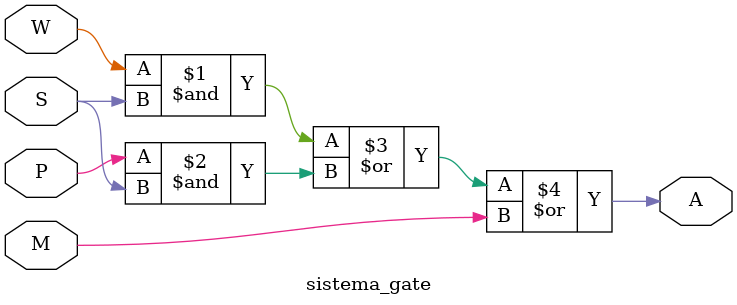
<source format=v>
module sistema_gate(P, W, M, S, A);

    input P, W, M, S;
    output A;

    assign A = (W & S) | (P & S) | M;

endmodule
</source>
